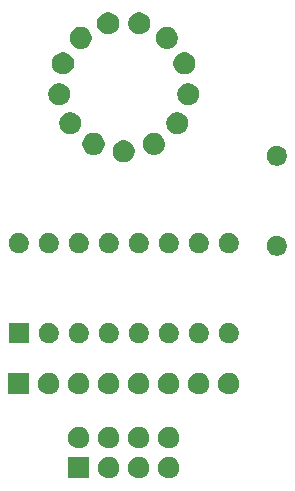
<source format=gbr>
%TF.GenerationSoftware,KiCad,Pcbnew,5.1.6-c6e7f7d~87~ubuntu20.04.1*%
%TF.CreationDate,2020-09-12T14:26:48-04:00*%
%TF.ProjectId,IN-14_Daughter,494e2d31-345f-4446-9175-67687465722e,rev?*%
%TF.SameCoordinates,Original*%
%TF.FileFunction,Soldermask,Bot*%
%TF.FilePolarity,Negative*%
%FSLAX46Y46*%
G04 Gerber Fmt 4.6, Leading zero omitted, Abs format (unit mm)*
G04 Created by KiCad (PCBNEW 5.1.6-c6e7f7d~87~ubuntu20.04.1) date 2020-09-12 14:26:48*
%MOMM*%
%LPD*%
G01*
G04 APERTURE LIST*
%ADD10C,0.150000*%
G04 APERTURE END LIST*
D10*
G36*
X152294000Y-93366000D02*
G01*
X150474000Y-93366000D01*
X150474000Y-91546000D01*
X152294000Y-91546000D01*
X152294000Y-93366000D01*
G37*
G36*
X154101532Y-91563486D02*
G01*
X154189438Y-91580971D01*
X154355049Y-91649569D01*
X154504091Y-91749156D01*
X154630844Y-91875909D01*
X154730431Y-92024951D01*
X154799029Y-92190562D01*
X154834000Y-92366374D01*
X154834000Y-92545626D01*
X154799029Y-92721438D01*
X154730431Y-92887049D01*
X154630844Y-93036091D01*
X154504091Y-93162844D01*
X154355049Y-93262431D01*
X154189438Y-93331029D01*
X154101532Y-93348514D01*
X154013627Y-93366000D01*
X153834373Y-93366000D01*
X153746468Y-93348515D01*
X153658562Y-93331029D01*
X153492951Y-93262431D01*
X153343909Y-93162844D01*
X153217156Y-93036091D01*
X153117569Y-92887049D01*
X153048971Y-92721438D01*
X153014000Y-92545626D01*
X153014000Y-92366374D01*
X153048971Y-92190562D01*
X153117569Y-92024951D01*
X153217156Y-91875909D01*
X153343909Y-91749156D01*
X153492951Y-91649569D01*
X153658562Y-91580971D01*
X153746468Y-91563486D01*
X153834373Y-91546000D01*
X154013627Y-91546000D01*
X154101532Y-91563486D01*
G37*
G36*
X159181532Y-91563486D02*
G01*
X159269438Y-91580971D01*
X159435049Y-91649569D01*
X159584091Y-91749156D01*
X159710844Y-91875909D01*
X159810431Y-92024951D01*
X159879029Y-92190562D01*
X159914000Y-92366374D01*
X159914000Y-92545626D01*
X159879029Y-92721438D01*
X159810431Y-92887049D01*
X159710844Y-93036091D01*
X159584091Y-93162844D01*
X159435049Y-93262431D01*
X159269438Y-93331029D01*
X159181532Y-93348514D01*
X159093627Y-93366000D01*
X158914373Y-93366000D01*
X158826468Y-93348515D01*
X158738562Y-93331029D01*
X158572951Y-93262431D01*
X158423909Y-93162844D01*
X158297156Y-93036091D01*
X158197569Y-92887049D01*
X158128971Y-92721438D01*
X158094000Y-92545626D01*
X158094000Y-92366374D01*
X158128971Y-92190562D01*
X158197569Y-92024951D01*
X158297156Y-91875909D01*
X158423909Y-91749156D01*
X158572951Y-91649569D01*
X158738562Y-91580971D01*
X158826468Y-91563486D01*
X158914373Y-91546000D01*
X159093627Y-91546000D01*
X159181532Y-91563486D01*
G37*
G36*
X156641532Y-91563486D02*
G01*
X156729438Y-91580971D01*
X156895049Y-91649569D01*
X157044091Y-91749156D01*
X157170844Y-91875909D01*
X157270431Y-92024951D01*
X157339029Y-92190562D01*
X157374000Y-92366374D01*
X157374000Y-92545626D01*
X157339029Y-92721438D01*
X157270431Y-92887049D01*
X157170844Y-93036091D01*
X157044091Y-93162844D01*
X156895049Y-93262431D01*
X156729438Y-93331029D01*
X156641532Y-93348514D01*
X156553627Y-93366000D01*
X156374373Y-93366000D01*
X156286468Y-93348515D01*
X156198562Y-93331029D01*
X156032951Y-93262431D01*
X155883909Y-93162844D01*
X155757156Y-93036091D01*
X155657569Y-92887049D01*
X155588971Y-92721438D01*
X155554000Y-92545626D01*
X155554000Y-92366374D01*
X155588971Y-92190562D01*
X155657569Y-92024951D01*
X155757156Y-91875909D01*
X155883909Y-91749156D01*
X156032951Y-91649569D01*
X156198562Y-91580971D01*
X156286468Y-91563486D01*
X156374373Y-91546000D01*
X156553627Y-91546000D01*
X156641532Y-91563486D01*
G37*
G36*
X151561532Y-89023485D02*
G01*
X151649438Y-89040971D01*
X151815049Y-89109569D01*
X151964091Y-89209156D01*
X152090844Y-89335909D01*
X152190431Y-89484951D01*
X152259029Y-89650562D01*
X152294000Y-89826374D01*
X152294000Y-90005626D01*
X152259029Y-90181438D01*
X152190431Y-90347049D01*
X152090844Y-90496091D01*
X151964091Y-90622844D01*
X151815049Y-90722431D01*
X151649438Y-90791029D01*
X151561532Y-90808515D01*
X151473627Y-90826000D01*
X151294373Y-90826000D01*
X151206468Y-90808514D01*
X151118562Y-90791029D01*
X150952951Y-90722431D01*
X150803909Y-90622844D01*
X150677156Y-90496091D01*
X150577569Y-90347049D01*
X150508971Y-90181438D01*
X150474000Y-90005626D01*
X150474000Y-89826374D01*
X150508971Y-89650562D01*
X150577569Y-89484951D01*
X150677156Y-89335909D01*
X150803909Y-89209156D01*
X150952951Y-89109569D01*
X151118562Y-89040971D01*
X151206468Y-89023485D01*
X151294373Y-89006000D01*
X151473627Y-89006000D01*
X151561532Y-89023485D01*
G37*
G36*
X154101532Y-89023485D02*
G01*
X154189438Y-89040971D01*
X154355049Y-89109569D01*
X154504091Y-89209156D01*
X154630844Y-89335909D01*
X154730431Y-89484951D01*
X154799029Y-89650562D01*
X154834000Y-89826374D01*
X154834000Y-90005626D01*
X154799029Y-90181438D01*
X154730431Y-90347049D01*
X154630844Y-90496091D01*
X154504091Y-90622844D01*
X154355049Y-90722431D01*
X154189438Y-90791029D01*
X154101532Y-90808515D01*
X154013627Y-90826000D01*
X153834373Y-90826000D01*
X153746468Y-90808514D01*
X153658562Y-90791029D01*
X153492951Y-90722431D01*
X153343909Y-90622844D01*
X153217156Y-90496091D01*
X153117569Y-90347049D01*
X153048971Y-90181438D01*
X153014000Y-90005626D01*
X153014000Y-89826374D01*
X153048971Y-89650562D01*
X153117569Y-89484951D01*
X153217156Y-89335909D01*
X153343909Y-89209156D01*
X153492951Y-89109569D01*
X153658562Y-89040971D01*
X153746468Y-89023485D01*
X153834373Y-89006000D01*
X154013627Y-89006000D01*
X154101532Y-89023485D01*
G37*
G36*
X156641532Y-89023485D02*
G01*
X156729438Y-89040971D01*
X156895049Y-89109569D01*
X157044091Y-89209156D01*
X157170844Y-89335909D01*
X157270431Y-89484951D01*
X157339029Y-89650562D01*
X157374000Y-89826374D01*
X157374000Y-90005626D01*
X157339029Y-90181438D01*
X157270431Y-90347049D01*
X157170844Y-90496091D01*
X157044091Y-90622844D01*
X156895049Y-90722431D01*
X156729438Y-90791029D01*
X156641532Y-90808515D01*
X156553627Y-90826000D01*
X156374373Y-90826000D01*
X156286468Y-90808514D01*
X156198562Y-90791029D01*
X156032951Y-90722431D01*
X155883909Y-90622844D01*
X155757156Y-90496091D01*
X155657569Y-90347049D01*
X155588971Y-90181438D01*
X155554000Y-90005626D01*
X155554000Y-89826374D01*
X155588971Y-89650562D01*
X155657569Y-89484951D01*
X155757156Y-89335909D01*
X155883909Y-89209156D01*
X156032951Y-89109569D01*
X156198562Y-89040971D01*
X156286468Y-89023485D01*
X156374373Y-89006000D01*
X156553627Y-89006000D01*
X156641532Y-89023485D01*
G37*
G36*
X159181532Y-89023485D02*
G01*
X159269438Y-89040971D01*
X159435049Y-89109569D01*
X159584091Y-89209156D01*
X159710844Y-89335909D01*
X159810431Y-89484951D01*
X159879029Y-89650562D01*
X159914000Y-89826374D01*
X159914000Y-90005626D01*
X159879029Y-90181438D01*
X159810431Y-90347049D01*
X159710844Y-90496091D01*
X159584091Y-90622844D01*
X159435049Y-90722431D01*
X159269438Y-90791029D01*
X159181532Y-90808515D01*
X159093627Y-90826000D01*
X158914373Y-90826000D01*
X158826468Y-90808514D01*
X158738562Y-90791029D01*
X158572951Y-90722431D01*
X158423909Y-90622844D01*
X158297156Y-90496091D01*
X158197569Y-90347049D01*
X158128971Y-90181438D01*
X158094000Y-90005626D01*
X158094000Y-89826374D01*
X158128971Y-89650562D01*
X158197569Y-89484951D01*
X158297156Y-89335909D01*
X158423909Y-89209156D01*
X158572951Y-89109569D01*
X158738562Y-89040971D01*
X158826468Y-89023485D01*
X158914373Y-89006000D01*
X159093627Y-89006000D01*
X159181532Y-89023485D01*
G37*
G36*
X161721532Y-84451485D02*
G01*
X161809438Y-84468971D01*
X161975049Y-84537569D01*
X162124091Y-84637156D01*
X162250844Y-84763909D01*
X162350431Y-84912951D01*
X162419029Y-85078562D01*
X162454000Y-85254374D01*
X162454000Y-85433626D01*
X162419029Y-85609438D01*
X162350431Y-85775049D01*
X162250844Y-85924091D01*
X162124091Y-86050844D01*
X161975049Y-86150431D01*
X161809438Y-86219029D01*
X161721532Y-86236515D01*
X161633627Y-86254000D01*
X161454373Y-86254000D01*
X161366468Y-86236515D01*
X161278562Y-86219029D01*
X161112951Y-86150431D01*
X160963909Y-86050844D01*
X160837156Y-85924091D01*
X160737569Y-85775049D01*
X160668971Y-85609438D01*
X160634000Y-85433626D01*
X160634000Y-85254374D01*
X160668971Y-85078562D01*
X160737569Y-84912951D01*
X160837156Y-84763909D01*
X160963909Y-84637156D01*
X161112951Y-84537569D01*
X161278562Y-84468971D01*
X161366468Y-84451485D01*
X161454373Y-84434000D01*
X161633627Y-84434000D01*
X161721532Y-84451485D01*
G37*
G36*
X147214000Y-86254000D02*
G01*
X145394000Y-86254000D01*
X145394000Y-84434000D01*
X147214000Y-84434000D01*
X147214000Y-86254000D01*
G37*
G36*
X149021532Y-84451485D02*
G01*
X149109438Y-84468971D01*
X149275049Y-84537569D01*
X149424091Y-84637156D01*
X149550844Y-84763909D01*
X149650431Y-84912951D01*
X149719029Y-85078562D01*
X149754000Y-85254374D01*
X149754000Y-85433626D01*
X149719029Y-85609438D01*
X149650431Y-85775049D01*
X149550844Y-85924091D01*
X149424091Y-86050844D01*
X149275049Y-86150431D01*
X149109438Y-86219029D01*
X149021532Y-86236515D01*
X148933627Y-86254000D01*
X148754373Y-86254000D01*
X148666468Y-86236515D01*
X148578562Y-86219029D01*
X148412951Y-86150431D01*
X148263909Y-86050844D01*
X148137156Y-85924091D01*
X148037569Y-85775049D01*
X147968971Y-85609438D01*
X147934000Y-85433626D01*
X147934000Y-85254374D01*
X147968971Y-85078562D01*
X148037569Y-84912951D01*
X148137156Y-84763909D01*
X148263909Y-84637156D01*
X148412951Y-84537569D01*
X148578562Y-84468971D01*
X148666468Y-84451485D01*
X148754373Y-84434000D01*
X148933627Y-84434000D01*
X149021532Y-84451485D01*
G37*
G36*
X151561532Y-84451485D02*
G01*
X151649438Y-84468971D01*
X151815049Y-84537569D01*
X151964091Y-84637156D01*
X152090844Y-84763909D01*
X152190431Y-84912951D01*
X152259029Y-85078562D01*
X152294000Y-85254374D01*
X152294000Y-85433626D01*
X152259029Y-85609438D01*
X152190431Y-85775049D01*
X152090844Y-85924091D01*
X151964091Y-86050844D01*
X151815049Y-86150431D01*
X151649438Y-86219029D01*
X151561532Y-86236515D01*
X151473627Y-86254000D01*
X151294373Y-86254000D01*
X151206468Y-86236515D01*
X151118562Y-86219029D01*
X150952951Y-86150431D01*
X150803909Y-86050844D01*
X150677156Y-85924091D01*
X150577569Y-85775049D01*
X150508971Y-85609438D01*
X150474000Y-85433626D01*
X150474000Y-85254374D01*
X150508971Y-85078562D01*
X150577569Y-84912951D01*
X150677156Y-84763909D01*
X150803909Y-84637156D01*
X150952951Y-84537569D01*
X151118562Y-84468971D01*
X151206468Y-84451485D01*
X151294373Y-84434000D01*
X151473627Y-84434000D01*
X151561532Y-84451485D01*
G37*
G36*
X156641532Y-84451485D02*
G01*
X156729438Y-84468971D01*
X156895049Y-84537569D01*
X157044091Y-84637156D01*
X157170844Y-84763909D01*
X157270431Y-84912951D01*
X157339029Y-85078562D01*
X157374000Y-85254374D01*
X157374000Y-85433626D01*
X157339029Y-85609438D01*
X157270431Y-85775049D01*
X157170844Y-85924091D01*
X157044091Y-86050844D01*
X156895049Y-86150431D01*
X156729438Y-86219029D01*
X156641532Y-86236515D01*
X156553627Y-86254000D01*
X156374373Y-86254000D01*
X156286468Y-86236515D01*
X156198562Y-86219029D01*
X156032951Y-86150431D01*
X155883909Y-86050844D01*
X155757156Y-85924091D01*
X155657569Y-85775049D01*
X155588971Y-85609438D01*
X155554000Y-85433626D01*
X155554000Y-85254374D01*
X155588971Y-85078562D01*
X155657569Y-84912951D01*
X155757156Y-84763909D01*
X155883909Y-84637156D01*
X156032951Y-84537569D01*
X156198562Y-84468971D01*
X156286468Y-84451485D01*
X156374373Y-84434000D01*
X156553627Y-84434000D01*
X156641532Y-84451485D01*
G37*
G36*
X159181532Y-84451485D02*
G01*
X159269438Y-84468971D01*
X159435049Y-84537569D01*
X159584091Y-84637156D01*
X159710844Y-84763909D01*
X159810431Y-84912951D01*
X159879029Y-85078562D01*
X159914000Y-85254374D01*
X159914000Y-85433626D01*
X159879029Y-85609438D01*
X159810431Y-85775049D01*
X159710844Y-85924091D01*
X159584091Y-86050844D01*
X159435049Y-86150431D01*
X159269438Y-86219029D01*
X159181532Y-86236515D01*
X159093627Y-86254000D01*
X158914373Y-86254000D01*
X158826468Y-86236515D01*
X158738562Y-86219029D01*
X158572951Y-86150431D01*
X158423909Y-86050844D01*
X158297156Y-85924091D01*
X158197569Y-85775049D01*
X158128971Y-85609438D01*
X158094000Y-85433626D01*
X158094000Y-85254374D01*
X158128971Y-85078562D01*
X158197569Y-84912951D01*
X158297156Y-84763909D01*
X158423909Y-84637156D01*
X158572951Y-84537569D01*
X158738562Y-84468971D01*
X158826468Y-84451485D01*
X158914373Y-84434000D01*
X159093627Y-84434000D01*
X159181532Y-84451485D01*
G37*
G36*
X164261532Y-84451485D02*
G01*
X164349438Y-84468971D01*
X164515049Y-84537569D01*
X164664091Y-84637156D01*
X164790844Y-84763909D01*
X164890431Y-84912951D01*
X164959029Y-85078562D01*
X164994000Y-85254374D01*
X164994000Y-85433626D01*
X164959029Y-85609438D01*
X164890431Y-85775049D01*
X164790844Y-85924091D01*
X164664091Y-86050844D01*
X164515049Y-86150431D01*
X164349438Y-86219029D01*
X164261532Y-86236515D01*
X164173627Y-86254000D01*
X163994373Y-86254000D01*
X163906468Y-86236515D01*
X163818562Y-86219029D01*
X163652951Y-86150431D01*
X163503909Y-86050844D01*
X163377156Y-85924091D01*
X163277569Y-85775049D01*
X163208971Y-85609438D01*
X163174000Y-85433626D01*
X163174000Y-85254374D01*
X163208971Y-85078562D01*
X163277569Y-84912951D01*
X163377156Y-84763909D01*
X163503909Y-84637156D01*
X163652951Y-84537569D01*
X163818562Y-84468971D01*
X163906468Y-84451485D01*
X163994373Y-84434000D01*
X164173627Y-84434000D01*
X164261532Y-84451485D01*
G37*
G36*
X154101532Y-84451485D02*
G01*
X154189438Y-84468971D01*
X154355049Y-84537569D01*
X154504091Y-84637156D01*
X154630844Y-84763909D01*
X154730431Y-84912951D01*
X154799029Y-85078562D01*
X154834000Y-85254374D01*
X154834000Y-85433626D01*
X154799029Y-85609438D01*
X154730431Y-85775049D01*
X154630844Y-85924091D01*
X154504091Y-86050844D01*
X154355049Y-86150431D01*
X154189438Y-86219029D01*
X154101532Y-86236515D01*
X154013627Y-86254000D01*
X153834373Y-86254000D01*
X153746468Y-86236515D01*
X153658562Y-86219029D01*
X153492951Y-86150431D01*
X153343909Y-86050844D01*
X153217156Y-85924091D01*
X153117569Y-85775049D01*
X153048971Y-85609438D01*
X153014000Y-85433626D01*
X153014000Y-85254374D01*
X153048971Y-85078562D01*
X153117569Y-84912951D01*
X153217156Y-84763909D01*
X153343909Y-84637156D01*
X153492951Y-84537569D01*
X153658562Y-84468971D01*
X153746468Y-84451485D01*
X153834373Y-84434000D01*
X154013627Y-84434000D01*
X154101532Y-84451485D01*
G37*
G36*
X159254853Y-80249849D02*
G01*
X159411363Y-80314678D01*
X159411365Y-80314679D01*
X159552218Y-80408794D01*
X159672006Y-80528582D01*
X159766121Y-80669435D01*
X159766122Y-80669437D01*
X159830951Y-80825947D01*
X159864000Y-80992097D01*
X159864000Y-81161503D01*
X159830951Y-81327653D01*
X159766122Y-81484163D01*
X159766121Y-81484165D01*
X159672006Y-81625018D01*
X159552218Y-81744806D01*
X159411365Y-81838921D01*
X159411364Y-81838922D01*
X159411363Y-81838922D01*
X159254853Y-81903751D01*
X159088703Y-81936800D01*
X158919297Y-81936800D01*
X158753147Y-81903751D01*
X158596637Y-81838922D01*
X158596636Y-81838922D01*
X158596635Y-81838921D01*
X158455782Y-81744806D01*
X158335994Y-81625018D01*
X158241879Y-81484165D01*
X158241878Y-81484163D01*
X158177049Y-81327653D01*
X158144000Y-81161503D01*
X158144000Y-80992097D01*
X158177049Y-80825947D01*
X158241878Y-80669437D01*
X158241879Y-80669435D01*
X158335994Y-80528582D01*
X158455782Y-80408794D01*
X158596635Y-80314679D01*
X158596637Y-80314678D01*
X158753147Y-80249849D01*
X158919297Y-80216800D01*
X159088703Y-80216800D01*
X159254853Y-80249849D01*
G37*
G36*
X161794853Y-80249849D02*
G01*
X161951363Y-80314678D01*
X161951365Y-80314679D01*
X162092218Y-80408794D01*
X162212006Y-80528582D01*
X162306121Y-80669435D01*
X162306122Y-80669437D01*
X162370951Y-80825947D01*
X162404000Y-80992097D01*
X162404000Y-81161503D01*
X162370951Y-81327653D01*
X162306122Y-81484163D01*
X162306121Y-81484165D01*
X162212006Y-81625018D01*
X162092218Y-81744806D01*
X161951365Y-81838921D01*
X161951364Y-81838922D01*
X161951363Y-81838922D01*
X161794853Y-81903751D01*
X161628703Y-81936800D01*
X161459297Y-81936800D01*
X161293147Y-81903751D01*
X161136637Y-81838922D01*
X161136636Y-81838922D01*
X161136635Y-81838921D01*
X160995782Y-81744806D01*
X160875994Y-81625018D01*
X160781879Y-81484165D01*
X160781878Y-81484163D01*
X160717049Y-81327653D01*
X160684000Y-81161503D01*
X160684000Y-80992097D01*
X160717049Y-80825947D01*
X160781878Y-80669437D01*
X160781879Y-80669435D01*
X160875994Y-80528582D01*
X160995782Y-80408794D01*
X161136635Y-80314679D01*
X161136637Y-80314678D01*
X161293147Y-80249849D01*
X161459297Y-80216800D01*
X161628703Y-80216800D01*
X161794853Y-80249849D01*
G37*
G36*
X156714853Y-80249849D02*
G01*
X156871363Y-80314678D01*
X156871365Y-80314679D01*
X157012218Y-80408794D01*
X157132006Y-80528582D01*
X157226121Y-80669435D01*
X157226122Y-80669437D01*
X157290951Y-80825947D01*
X157324000Y-80992097D01*
X157324000Y-81161503D01*
X157290951Y-81327653D01*
X157226122Y-81484163D01*
X157226121Y-81484165D01*
X157132006Y-81625018D01*
X157012218Y-81744806D01*
X156871365Y-81838921D01*
X156871364Y-81838922D01*
X156871363Y-81838922D01*
X156714853Y-81903751D01*
X156548703Y-81936800D01*
X156379297Y-81936800D01*
X156213147Y-81903751D01*
X156056637Y-81838922D01*
X156056636Y-81838922D01*
X156056635Y-81838921D01*
X155915782Y-81744806D01*
X155795994Y-81625018D01*
X155701879Y-81484165D01*
X155701878Y-81484163D01*
X155637049Y-81327653D01*
X155604000Y-81161503D01*
X155604000Y-80992097D01*
X155637049Y-80825947D01*
X155701878Y-80669437D01*
X155701879Y-80669435D01*
X155795994Y-80528582D01*
X155915782Y-80408794D01*
X156056635Y-80314679D01*
X156056637Y-80314678D01*
X156213147Y-80249849D01*
X156379297Y-80216800D01*
X156548703Y-80216800D01*
X156714853Y-80249849D01*
G37*
G36*
X154174853Y-80249849D02*
G01*
X154331363Y-80314678D01*
X154331365Y-80314679D01*
X154472218Y-80408794D01*
X154592006Y-80528582D01*
X154686121Y-80669435D01*
X154686122Y-80669437D01*
X154750951Y-80825947D01*
X154784000Y-80992097D01*
X154784000Y-81161503D01*
X154750951Y-81327653D01*
X154686122Y-81484163D01*
X154686121Y-81484165D01*
X154592006Y-81625018D01*
X154472218Y-81744806D01*
X154331365Y-81838921D01*
X154331364Y-81838922D01*
X154331363Y-81838922D01*
X154174853Y-81903751D01*
X154008703Y-81936800D01*
X153839297Y-81936800D01*
X153673147Y-81903751D01*
X153516637Y-81838922D01*
X153516636Y-81838922D01*
X153516635Y-81838921D01*
X153375782Y-81744806D01*
X153255994Y-81625018D01*
X153161879Y-81484165D01*
X153161878Y-81484163D01*
X153097049Y-81327653D01*
X153064000Y-81161503D01*
X153064000Y-80992097D01*
X153097049Y-80825947D01*
X153161878Y-80669437D01*
X153161879Y-80669435D01*
X153255994Y-80528582D01*
X153375782Y-80408794D01*
X153516635Y-80314679D01*
X153516637Y-80314678D01*
X153673147Y-80249849D01*
X153839297Y-80216800D01*
X154008703Y-80216800D01*
X154174853Y-80249849D01*
G37*
G36*
X149094853Y-80249849D02*
G01*
X149251363Y-80314678D01*
X149251365Y-80314679D01*
X149392218Y-80408794D01*
X149512006Y-80528582D01*
X149606121Y-80669435D01*
X149606122Y-80669437D01*
X149670951Y-80825947D01*
X149704000Y-80992097D01*
X149704000Y-81161503D01*
X149670951Y-81327653D01*
X149606122Y-81484163D01*
X149606121Y-81484165D01*
X149512006Y-81625018D01*
X149392218Y-81744806D01*
X149251365Y-81838921D01*
X149251364Y-81838922D01*
X149251363Y-81838922D01*
X149094853Y-81903751D01*
X148928703Y-81936800D01*
X148759297Y-81936800D01*
X148593147Y-81903751D01*
X148436637Y-81838922D01*
X148436636Y-81838922D01*
X148436635Y-81838921D01*
X148295782Y-81744806D01*
X148175994Y-81625018D01*
X148081879Y-81484165D01*
X148081878Y-81484163D01*
X148017049Y-81327653D01*
X147984000Y-81161503D01*
X147984000Y-80992097D01*
X148017049Y-80825947D01*
X148081878Y-80669437D01*
X148081879Y-80669435D01*
X148175994Y-80528582D01*
X148295782Y-80408794D01*
X148436635Y-80314679D01*
X148436637Y-80314678D01*
X148593147Y-80249849D01*
X148759297Y-80216800D01*
X148928703Y-80216800D01*
X149094853Y-80249849D01*
G37*
G36*
X147164000Y-81936800D02*
G01*
X145444000Y-81936800D01*
X145444000Y-80216800D01*
X147164000Y-80216800D01*
X147164000Y-81936800D01*
G37*
G36*
X164334853Y-80249849D02*
G01*
X164491363Y-80314678D01*
X164491365Y-80314679D01*
X164632218Y-80408794D01*
X164752006Y-80528582D01*
X164846121Y-80669435D01*
X164846122Y-80669437D01*
X164910951Y-80825947D01*
X164944000Y-80992097D01*
X164944000Y-81161503D01*
X164910951Y-81327653D01*
X164846122Y-81484163D01*
X164846121Y-81484165D01*
X164752006Y-81625018D01*
X164632218Y-81744806D01*
X164491365Y-81838921D01*
X164491364Y-81838922D01*
X164491363Y-81838922D01*
X164334853Y-81903751D01*
X164168703Y-81936800D01*
X163999297Y-81936800D01*
X163833147Y-81903751D01*
X163676637Y-81838922D01*
X163676636Y-81838922D01*
X163676635Y-81838921D01*
X163535782Y-81744806D01*
X163415994Y-81625018D01*
X163321879Y-81484165D01*
X163321878Y-81484163D01*
X163257049Y-81327653D01*
X163224000Y-81161503D01*
X163224000Y-80992097D01*
X163257049Y-80825947D01*
X163321878Y-80669437D01*
X163321879Y-80669435D01*
X163415994Y-80528582D01*
X163535782Y-80408794D01*
X163676635Y-80314679D01*
X163676637Y-80314678D01*
X163833147Y-80249849D01*
X163999297Y-80216800D01*
X164168703Y-80216800D01*
X164334853Y-80249849D01*
G37*
G36*
X151634853Y-80249849D02*
G01*
X151791363Y-80314678D01*
X151791365Y-80314679D01*
X151932218Y-80408794D01*
X152052006Y-80528582D01*
X152146121Y-80669435D01*
X152146122Y-80669437D01*
X152210951Y-80825947D01*
X152244000Y-80992097D01*
X152244000Y-81161503D01*
X152210951Y-81327653D01*
X152146122Y-81484163D01*
X152146121Y-81484165D01*
X152052006Y-81625018D01*
X151932218Y-81744806D01*
X151791365Y-81838921D01*
X151791364Y-81838922D01*
X151791363Y-81838922D01*
X151634853Y-81903751D01*
X151468703Y-81936800D01*
X151299297Y-81936800D01*
X151133147Y-81903751D01*
X150976637Y-81838922D01*
X150976636Y-81838922D01*
X150976635Y-81838921D01*
X150835782Y-81744806D01*
X150715994Y-81625018D01*
X150621879Y-81484165D01*
X150621878Y-81484163D01*
X150557049Y-81327653D01*
X150524000Y-81161503D01*
X150524000Y-80992097D01*
X150557049Y-80825947D01*
X150621878Y-80669437D01*
X150621879Y-80669435D01*
X150715994Y-80528582D01*
X150835782Y-80408794D01*
X150976635Y-80314679D01*
X150976637Y-80314678D01*
X151133147Y-80249849D01*
X151299297Y-80216800D01*
X151468703Y-80216800D01*
X151634853Y-80249849D01*
G37*
G36*
X168398853Y-72833049D02*
G01*
X168555363Y-72897878D01*
X168555365Y-72897879D01*
X168696218Y-72991994D01*
X168816006Y-73111782D01*
X168878925Y-73205947D01*
X168910122Y-73252637D01*
X168974951Y-73409147D01*
X169008000Y-73575297D01*
X169008000Y-73744703D01*
X168974951Y-73910853D01*
X168935946Y-74005018D01*
X168910121Y-74067365D01*
X168816006Y-74208218D01*
X168696218Y-74328006D01*
X168555365Y-74422121D01*
X168555364Y-74422122D01*
X168555363Y-74422122D01*
X168398853Y-74486951D01*
X168232703Y-74520000D01*
X168063297Y-74520000D01*
X167897147Y-74486951D01*
X167740637Y-74422122D01*
X167740636Y-74422122D01*
X167740635Y-74422121D01*
X167599782Y-74328006D01*
X167479994Y-74208218D01*
X167385879Y-74067365D01*
X167360054Y-74005018D01*
X167321049Y-73910853D01*
X167288000Y-73744703D01*
X167288000Y-73575297D01*
X167321049Y-73409147D01*
X167385878Y-73252637D01*
X167417075Y-73205947D01*
X167479994Y-73111782D01*
X167599782Y-72991994D01*
X167740635Y-72897879D01*
X167740637Y-72897878D01*
X167897147Y-72833049D01*
X168063297Y-72800000D01*
X168232703Y-72800000D01*
X168398853Y-72833049D01*
G37*
G36*
X161794853Y-72629849D02*
G01*
X161951363Y-72694678D01*
X161951365Y-72694679D01*
X162092218Y-72788794D01*
X162212006Y-72908582D01*
X162306121Y-73049435D01*
X162306122Y-73049437D01*
X162370951Y-73205947D01*
X162404000Y-73372097D01*
X162404000Y-73541503D01*
X162370951Y-73707653D01*
X162306122Y-73864163D01*
X162306121Y-73864165D01*
X162212006Y-74005018D01*
X162092218Y-74124806D01*
X161951365Y-74218921D01*
X161951364Y-74218922D01*
X161951363Y-74218922D01*
X161794853Y-74283751D01*
X161628703Y-74316800D01*
X161459297Y-74316800D01*
X161293147Y-74283751D01*
X161136637Y-74218922D01*
X161136636Y-74218922D01*
X161136635Y-74218921D01*
X160995782Y-74124806D01*
X160875994Y-74005018D01*
X160781879Y-73864165D01*
X160781878Y-73864163D01*
X160717049Y-73707653D01*
X160684000Y-73541503D01*
X160684000Y-73372097D01*
X160717049Y-73205947D01*
X160781878Y-73049437D01*
X160781879Y-73049435D01*
X160875994Y-72908582D01*
X160995782Y-72788794D01*
X161136635Y-72694679D01*
X161136637Y-72694678D01*
X161293147Y-72629849D01*
X161459297Y-72596800D01*
X161628703Y-72596800D01*
X161794853Y-72629849D01*
G37*
G36*
X154174853Y-72629849D02*
G01*
X154331363Y-72694678D01*
X154331365Y-72694679D01*
X154472218Y-72788794D01*
X154592006Y-72908582D01*
X154686121Y-73049435D01*
X154686122Y-73049437D01*
X154750951Y-73205947D01*
X154784000Y-73372097D01*
X154784000Y-73541503D01*
X154750951Y-73707653D01*
X154686122Y-73864163D01*
X154686121Y-73864165D01*
X154592006Y-74005018D01*
X154472218Y-74124806D01*
X154331365Y-74218921D01*
X154331364Y-74218922D01*
X154331363Y-74218922D01*
X154174853Y-74283751D01*
X154008703Y-74316800D01*
X153839297Y-74316800D01*
X153673147Y-74283751D01*
X153516637Y-74218922D01*
X153516636Y-74218922D01*
X153516635Y-74218921D01*
X153375782Y-74124806D01*
X153255994Y-74005018D01*
X153161879Y-73864165D01*
X153161878Y-73864163D01*
X153097049Y-73707653D01*
X153064000Y-73541503D01*
X153064000Y-73372097D01*
X153097049Y-73205947D01*
X153161878Y-73049437D01*
X153161879Y-73049435D01*
X153255994Y-72908582D01*
X153375782Y-72788794D01*
X153516635Y-72694679D01*
X153516637Y-72694678D01*
X153673147Y-72629849D01*
X153839297Y-72596800D01*
X154008703Y-72596800D01*
X154174853Y-72629849D01*
G37*
G36*
X151634853Y-72629849D02*
G01*
X151791363Y-72694678D01*
X151791365Y-72694679D01*
X151932218Y-72788794D01*
X152052006Y-72908582D01*
X152146121Y-73049435D01*
X152146122Y-73049437D01*
X152210951Y-73205947D01*
X152244000Y-73372097D01*
X152244000Y-73541503D01*
X152210951Y-73707653D01*
X152146122Y-73864163D01*
X152146121Y-73864165D01*
X152052006Y-74005018D01*
X151932218Y-74124806D01*
X151791365Y-74218921D01*
X151791364Y-74218922D01*
X151791363Y-74218922D01*
X151634853Y-74283751D01*
X151468703Y-74316800D01*
X151299297Y-74316800D01*
X151133147Y-74283751D01*
X150976637Y-74218922D01*
X150976636Y-74218922D01*
X150976635Y-74218921D01*
X150835782Y-74124806D01*
X150715994Y-74005018D01*
X150621879Y-73864165D01*
X150621878Y-73864163D01*
X150557049Y-73707653D01*
X150524000Y-73541503D01*
X150524000Y-73372097D01*
X150557049Y-73205947D01*
X150621878Y-73049437D01*
X150621879Y-73049435D01*
X150715994Y-72908582D01*
X150835782Y-72788794D01*
X150976635Y-72694679D01*
X150976637Y-72694678D01*
X151133147Y-72629849D01*
X151299297Y-72596800D01*
X151468703Y-72596800D01*
X151634853Y-72629849D01*
G37*
G36*
X149094853Y-72629849D02*
G01*
X149251363Y-72694678D01*
X149251365Y-72694679D01*
X149392218Y-72788794D01*
X149512006Y-72908582D01*
X149606121Y-73049435D01*
X149606122Y-73049437D01*
X149670951Y-73205947D01*
X149704000Y-73372097D01*
X149704000Y-73541503D01*
X149670951Y-73707653D01*
X149606122Y-73864163D01*
X149606121Y-73864165D01*
X149512006Y-74005018D01*
X149392218Y-74124806D01*
X149251365Y-74218921D01*
X149251364Y-74218922D01*
X149251363Y-74218922D01*
X149094853Y-74283751D01*
X148928703Y-74316800D01*
X148759297Y-74316800D01*
X148593147Y-74283751D01*
X148436637Y-74218922D01*
X148436636Y-74218922D01*
X148436635Y-74218921D01*
X148295782Y-74124806D01*
X148175994Y-74005018D01*
X148081879Y-73864165D01*
X148081878Y-73864163D01*
X148017049Y-73707653D01*
X147984000Y-73541503D01*
X147984000Y-73372097D01*
X148017049Y-73205947D01*
X148081878Y-73049437D01*
X148081879Y-73049435D01*
X148175994Y-72908582D01*
X148295782Y-72788794D01*
X148436635Y-72694679D01*
X148436637Y-72694678D01*
X148593147Y-72629849D01*
X148759297Y-72596800D01*
X148928703Y-72596800D01*
X149094853Y-72629849D01*
G37*
G36*
X146554853Y-72629849D02*
G01*
X146711363Y-72694678D01*
X146711365Y-72694679D01*
X146852218Y-72788794D01*
X146972006Y-72908582D01*
X147066121Y-73049435D01*
X147066122Y-73049437D01*
X147130951Y-73205947D01*
X147164000Y-73372097D01*
X147164000Y-73541503D01*
X147130951Y-73707653D01*
X147066122Y-73864163D01*
X147066121Y-73864165D01*
X146972006Y-74005018D01*
X146852218Y-74124806D01*
X146711365Y-74218921D01*
X146711364Y-74218922D01*
X146711363Y-74218922D01*
X146554853Y-74283751D01*
X146388703Y-74316800D01*
X146219297Y-74316800D01*
X146053147Y-74283751D01*
X145896637Y-74218922D01*
X145896636Y-74218922D01*
X145896635Y-74218921D01*
X145755782Y-74124806D01*
X145635994Y-74005018D01*
X145541879Y-73864165D01*
X145541878Y-73864163D01*
X145477049Y-73707653D01*
X145444000Y-73541503D01*
X145444000Y-73372097D01*
X145477049Y-73205947D01*
X145541878Y-73049437D01*
X145541879Y-73049435D01*
X145635994Y-72908582D01*
X145755782Y-72788794D01*
X145896635Y-72694679D01*
X145896637Y-72694678D01*
X146053147Y-72629849D01*
X146219297Y-72596800D01*
X146388703Y-72596800D01*
X146554853Y-72629849D01*
G37*
G36*
X156714853Y-72629849D02*
G01*
X156871363Y-72694678D01*
X156871365Y-72694679D01*
X157012218Y-72788794D01*
X157132006Y-72908582D01*
X157226121Y-73049435D01*
X157226122Y-73049437D01*
X157290951Y-73205947D01*
X157324000Y-73372097D01*
X157324000Y-73541503D01*
X157290951Y-73707653D01*
X157226122Y-73864163D01*
X157226121Y-73864165D01*
X157132006Y-74005018D01*
X157012218Y-74124806D01*
X156871365Y-74218921D01*
X156871364Y-74218922D01*
X156871363Y-74218922D01*
X156714853Y-74283751D01*
X156548703Y-74316800D01*
X156379297Y-74316800D01*
X156213147Y-74283751D01*
X156056637Y-74218922D01*
X156056636Y-74218922D01*
X156056635Y-74218921D01*
X155915782Y-74124806D01*
X155795994Y-74005018D01*
X155701879Y-73864165D01*
X155701878Y-73864163D01*
X155637049Y-73707653D01*
X155604000Y-73541503D01*
X155604000Y-73372097D01*
X155637049Y-73205947D01*
X155701878Y-73049437D01*
X155701879Y-73049435D01*
X155795994Y-72908582D01*
X155915782Y-72788794D01*
X156056635Y-72694679D01*
X156056637Y-72694678D01*
X156213147Y-72629849D01*
X156379297Y-72596800D01*
X156548703Y-72596800D01*
X156714853Y-72629849D01*
G37*
G36*
X159254853Y-72629849D02*
G01*
X159411363Y-72694678D01*
X159411365Y-72694679D01*
X159552218Y-72788794D01*
X159672006Y-72908582D01*
X159766121Y-73049435D01*
X159766122Y-73049437D01*
X159830951Y-73205947D01*
X159864000Y-73372097D01*
X159864000Y-73541503D01*
X159830951Y-73707653D01*
X159766122Y-73864163D01*
X159766121Y-73864165D01*
X159672006Y-74005018D01*
X159552218Y-74124806D01*
X159411365Y-74218921D01*
X159411364Y-74218922D01*
X159411363Y-74218922D01*
X159254853Y-74283751D01*
X159088703Y-74316800D01*
X158919297Y-74316800D01*
X158753147Y-74283751D01*
X158596637Y-74218922D01*
X158596636Y-74218922D01*
X158596635Y-74218921D01*
X158455782Y-74124806D01*
X158335994Y-74005018D01*
X158241879Y-73864165D01*
X158241878Y-73864163D01*
X158177049Y-73707653D01*
X158144000Y-73541503D01*
X158144000Y-73372097D01*
X158177049Y-73205947D01*
X158241878Y-73049437D01*
X158241879Y-73049435D01*
X158335994Y-72908582D01*
X158455782Y-72788794D01*
X158596635Y-72694679D01*
X158596637Y-72694678D01*
X158753147Y-72629849D01*
X158919297Y-72596800D01*
X159088703Y-72596800D01*
X159254853Y-72629849D01*
G37*
G36*
X164334853Y-72629849D02*
G01*
X164491363Y-72694678D01*
X164491365Y-72694679D01*
X164632218Y-72788794D01*
X164752006Y-72908582D01*
X164846121Y-73049435D01*
X164846122Y-73049437D01*
X164910951Y-73205947D01*
X164944000Y-73372097D01*
X164944000Y-73541503D01*
X164910951Y-73707653D01*
X164846122Y-73864163D01*
X164846121Y-73864165D01*
X164752006Y-74005018D01*
X164632218Y-74124806D01*
X164491365Y-74218921D01*
X164491364Y-74218922D01*
X164491363Y-74218922D01*
X164334853Y-74283751D01*
X164168703Y-74316800D01*
X163999297Y-74316800D01*
X163833147Y-74283751D01*
X163676637Y-74218922D01*
X163676636Y-74218922D01*
X163676635Y-74218921D01*
X163535782Y-74124806D01*
X163415994Y-74005018D01*
X163321879Y-73864165D01*
X163321878Y-73864163D01*
X163257049Y-73707653D01*
X163224000Y-73541503D01*
X163224000Y-73372097D01*
X163257049Y-73205947D01*
X163321878Y-73049437D01*
X163321879Y-73049435D01*
X163415994Y-72908582D01*
X163535782Y-72788794D01*
X163676635Y-72694679D01*
X163676637Y-72694678D01*
X163833147Y-72629849D01*
X163999297Y-72596800D01*
X164168703Y-72596800D01*
X164334853Y-72629849D01*
G37*
G36*
X168398853Y-65213049D02*
G01*
X168555363Y-65277878D01*
X168555365Y-65277879D01*
X168696218Y-65371994D01*
X168816006Y-65491782D01*
X168910121Y-65632635D01*
X168910122Y-65632637D01*
X168974951Y-65789147D01*
X169008000Y-65955297D01*
X169008000Y-66124703D01*
X168974951Y-66290853D01*
X168910122Y-66447363D01*
X168910121Y-66447365D01*
X168816006Y-66588218D01*
X168696218Y-66708006D01*
X168555365Y-66802121D01*
X168555364Y-66802122D01*
X168555363Y-66802122D01*
X168398853Y-66866951D01*
X168232703Y-66900000D01*
X168063297Y-66900000D01*
X167897147Y-66866951D01*
X167740637Y-66802122D01*
X167740636Y-66802122D01*
X167740635Y-66802121D01*
X167599782Y-66708006D01*
X167479994Y-66588218D01*
X167385879Y-66447365D01*
X167385878Y-66447363D01*
X167321049Y-66290853D01*
X167288000Y-66124703D01*
X167288000Y-65955297D01*
X167321049Y-65789147D01*
X167385878Y-65632637D01*
X167385879Y-65632635D01*
X167479994Y-65491782D01*
X167599782Y-65371994D01*
X167740635Y-65277879D01*
X167740637Y-65277878D01*
X167897147Y-65213049D01*
X168063297Y-65180000D01*
X168232703Y-65180000D01*
X168398853Y-65213049D01*
G37*
G36*
X155376409Y-64755566D02*
G01*
X155466730Y-64773532D01*
X155636891Y-64844014D01*
X155790028Y-64946338D01*
X155920262Y-65076572D01*
X156022586Y-65229709D01*
X156093068Y-65399870D01*
X156129000Y-65580512D01*
X156129000Y-65764688D01*
X156093068Y-65945330D01*
X156022586Y-66115491D01*
X155920262Y-66268628D01*
X155790028Y-66398862D01*
X155636891Y-66501186D01*
X155466730Y-66571668D01*
X155383528Y-66588218D01*
X155286089Y-66607600D01*
X155101911Y-66607600D01*
X155004472Y-66588218D01*
X154921270Y-66571668D01*
X154751109Y-66501186D01*
X154597972Y-66398862D01*
X154467738Y-66268628D01*
X154365414Y-66115491D01*
X154294932Y-65945330D01*
X154259000Y-65764688D01*
X154259000Y-65580512D01*
X154294932Y-65399870D01*
X154365414Y-65229709D01*
X154467738Y-65076572D01*
X154597972Y-64946338D01*
X154751109Y-64844014D01*
X154921270Y-64773532D01*
X155011591Y-64755566D01*
X155101911Y-64737600D01*
X155286089Y-64737600D01*
X155376409Y-64755566D01*
G37*
G36*
X152820271Y-64125542D02*
G01*
X152910753Y-64143540D01*
X153080914Y-64214022D01*
X153234051Y-64316346D01*
X153364285Y-64446580D01*
X153466609Y-64599717D01*
X153523721Y-64737600D01*
X153537091Y-64769879D01*
X153573023Y-64950519D01*
X153573023Y-65134697D01*
X153557438Y-65213049D01*
X153537091Y-65315338D01*
X153466609Y-65485499D01*
X153364285Y-65638636D01*
X153234051Y-65768870D01*
X153080914Y-65871194D01*
X152910753Y-65941676D01*
X152820432Y-65959642D01*
X152730112Y-65977608D01*
X152545934Y-65977608D01*
X152455614Y-65959642D01*
X152365293Y-65941676D01*
X152195132Y-65871194D01*
X152041995Y-65768870D01*
X151911761Y-65638636D01*
X151809437Y-65485499D01*
X151738955Y-65315338D01*
X151718608Y-65213049D01*
X151703023Y-65134697D01*
X151703023Y-64950519D01*
X151738955Y-64769879D01*
X151752325Y-64737600D01*
X151809437Y-64599717D01*
X151911761Y-64446580D01*
X152041995Y-64316346D01*
X152195132Y-64214022D01*
X152365293Y-64143540D01*
X152455775Y-64125542D01*
X152545934Y-64107608D01*
X152730112Y-64107608D01*
X152820271Y-64125542D01*
G37*
G36*
X157932225Y-64125542D02*
G01*
X158022707Y-64143540D01*
X158192868Y-64214022D01*
X158346005Y-64316346D01*
X158476239Y-64446580D01*
X158578563Y-64599717D01*
X158635675Y-64737600D01*
X158649045Y-64769879D01*
X158684977Y-64950519D01*
X158684977Y-65134697D01*
X158669392Y-65213049D01*
X158649045Y-65315338D01*
X158578563Y-65485499D01*
X158476239Y-65638636D01*
X158346005Y-65768870D01*
X158192868Y-65871194D01*
X158022707Y-65941676D01*
X157932386Y-65959642D01*
X157842066Y-65977608D01*
X157657888Y-65977608D01*
X157567568Y-65959642D01*
X157477247Y-65941676D01*
X157307086Y-65871194D01*
X157153949Y-65768870D01*
X157023715Y-65638636D01*
X156921391Y-65485499D01*
X156850909Y-65315338D01*
X156830562Y-65213049D01*
X156814977Y-65134697D01*
X156814977Y-64950519D01*
X156850909Y-64769879D01*
X156864279Y-64737600D01*
X156921391Y-64599717D01*
X157023715Y-64446580D01*
X157153949Y-64316346D01*
X157307086Y-64214022D01*
X157477247Y-64143540D01*
X157567729Y-64125542D01*
X157657888Y-64107608D01*
X157842066Y-64107608D01*
X157932225Y-64125542D01*
G37*
G36*
X150849998Y-62379922D02*
G01*
X150940319Y-62397888D01*
X151110480Y-62468370D01*
X151263617Y-62570694D01*
X151393851Y-62700928D01*
X151496175Y-62854065D01*
X151566657Y-63024226D01*
X151602589Y-63204868D01*
X151602589Y-63389044D01*
X151566657Y-63569686D01*
X151496175Y-63739847D01*
X151393851Y-63892984D01*
X151263617Y-64023218D01*
X151110480Y-64125542D01*
X150940319Y-64196024D01*
X150849998Y-64213990D01*
X150759678Y-64231956D01*
X150575500Y-64231956D01*
X150485180Y-64213990D01*
X150394859Y-64196024D01*
X150224698Y-64125542D01*
X150071561Y-64023218D01*
X149941327Y-63892984D01*
X149839003Y-63739847D01*
X149768521Y-63569686D01*
X149732589Y-63389044D01*
X149732589Y-63204868D01*
X149768521Y-63024226D01*
X149839003Y-62854065D01*
X149941327Y-62700928D01*
X150071561Y-62570694D01*
X150224698Y-62468370D01*
X150394859Y-62397888D01*
X150485180Y-62379922D01*
X150575500Y-62361956D01*
X150759678Y-62361956D01*
X150849998Y-62379922D01*
G37*
G36*
X159902820Y-62379922D02*
G01*
X159993141Y-62397888D01*
X160163302Y-62468370D01*
X160316439Y-62570694D01*
X160446673Y-62700928D01*
X160548997Y-62854065D01*
X160619479Y-63024226D01*
X160655411Y-63204868D01*
X160655411Y-63389044D01*
X160619479Y-63569686D01*
X160548997Y-63739847D01*
X160446673Y-63892984D01*
X160316439Y-64023218D01*
X160163302Y-64125542D01*
X159993141Y-64196024D01*
X159902820Y-64213990D01*
X159812500Y-64231956D01*
X159628322Y-64231956D01*
X159538002Y-64213990D01*
X159447681Y-64196024D01*
X159277520Y-64125542D01*
X159124383Y-64023218D01*
X158994149Y-63892984D01*
X158891825Y-63739847D01*
X158821343Y-63569686D01*
X158785411Y-63389044D01*
X158785411Y-63204868D01*
X158821343Y-63024226D01*
X158891825Y-62854065D01*
X158994149Y-62700928D01*
X159124383Y-62570694D01*
X159277520Y-62468370D01*
X159447681Y-62397888D01*
X159538002Y-62379922D01*
X159628322Y-62361956D01*
X159812500Y-62361956D01*
X159902820Y-62379922D01*
G37*
G36*
X149916511Y-59918517D02*
G01*
X150006832Y-59936483D01*
X150176993Y-60006965D01*
X150330130Y-60109289D01*
X150460364Y-60239523D01*
X150562688Y-60392660D01*
X150633170Y-60562821D01*
X150669102Y-60743463D01*
X150669102Y-60927639D01*
X150633170Y-61108281D01*
X150562688Y-61278442D01*
X150460364Y-61431579D01*
X150330130Y-61561813D01*
X150176993Y-61664137D01*
X150006832Y-61734619D01*
X149916511Y-61752585D01*
X149826191Y-61770551D01*
X149642013Y-61770551D01*
X149551693Y-61752585D01*
X149461372Y-61734619D01*
X149291211Y-61664137D01*
X149138074Y-61561813D01*
X149007840Y-61431579D01*
X148905516Y-61278442D01*
X148835034Y-61108281D01*
X148799102Y-60927639D01*
X148799102Y-60743463D01*
X148835034Y-60562821D01*
X148905516Y-60392660D01*
X149007840Y-60239523D01*
X149138074Y-60109289D01*
X149291211Y-60006965D01*
X149461372Y-59936483D01*
X149551693Y-59918517D01*
X149642013Y-59900551D01*
X149826191Y-59900551D01*
X149916511Y-59918517D01*
G37*
G36*
X160836307Y-59918517D02*
G01*
X160926628Y-59936483D01*
X161096789Y-60006965D01*
X161249926Y-60109289D01*
X161380160Y-60239523D01*
X161482484Y-60392660D01*
X161552966Y-60562821D01*
X161588898Y-60743463D01*
X161588898Y-60927639D01*
X161552966Y-61108281D01*
X161482484Y-61278442D01*
X161380160Y-61431579D01*
X161249926Y-61561813D01*
X161096789Y-61664137D01*
X160926628Y-61734619D01*
X160836307Y-61752585D01*
X160745987Y-61770551D01*
X160561809Y-61770551D01*
X160471489Y-61752585D01*
X160381168Y-61734619D01*
X160211007Y-61664137D01*
X160057870Y-61561813D01*
X159927636Y-61431579D01*
X159825312Y-61278442D01*
X159754830Y-61108281D01*
X159718898Y-60927639D01*
X159718898Y-60743463D01*
X159754830Y-60562821D01*
X159825312Y-60392660D01*
X159927636Y-60239523D01*
X160057870Y-60109289D01*
X160211007Y-60006965D01*
X160381168Y-59936483D01*
X160471489Y-59918517D01*
X160561809Y-59900551D01*
X160745987Y-59900551D01*
X160836307Y-59918517D01*
G37*
G36*
X150233820Y-57305240D02*
G01*
X150324141Y-57323206D01*
X150494302Y-57393688D01*
X150647439Y-57496012D01*
X150777673Y-57626246D01*
X150879997Y-57779383D01*
X150950479Y-57949544D01*
X150986411Y-58130186D01*
X150986411Y-58314362D01*
X150950479Y-58495004D01*
X150879997Y-58665165D01*
X150777673Y-58818302D01*
X150647439Y-58948536D01*
X150494302Y-59050860D01*
X150324141Y-59121342D01*
X150233820Y-59139308D01*
X150143500Y-59157274D01*
X149959322Y-59157274D01*
X149869002Y-59139308D01*
X149778681Y-59121342D01*
X149608520Y-59050860D01*
X149455383Y-58948536D01*
X149325149Y-58818302D01*
X149222825Y-58665165D01*
X149152343Y-58495004D01*
X149116411Y-58314362D01*
X149116411Y-58130186D01*
X149152343Y-57949544D01*
X149222825Y-57779383D01*
X149325149Y-57626246D01*
X149455383Y-57496012D01*
X149608520Y-57393688D01*
X149778681Y-57323206D01*
X149869002Y-57305240D01*
X149959322Y-57287274D01*
X150143500Y-57287274D01*
X150233820Y-57305240D01*
G37*
G36*
X160518998Y-57305240D02*
G01*
X160609319Y-57323206D01*
X160779480Y-57393688D01*
X160932617Y-57496012D01*
X161062851Y-57626246D01*
X161165175Y-57779383D01*
X161235657Y-57949544D01*
X161271589Y-58130186D01*
X161271589Y-58314362D01*
X161235657Y-58495004D01*
X161165175Y-58665165D01*
X161062851Y-58818302D01*
X160932617Y-58948536D01*
X160779480Y-59050860D01*
X160609319Y-59121342D01*
X160518998Y-59139308D01*
X160428678Y-59157274D01*
X160244500Y-59157274D01*
X160154180Y-59139308D01*
X160063859Y-59121342D01*
X159893698Y-59050860D01*
X159740561Y-58948536D01*
X159610327Y-58818302D01*
X159508003Y-58665165D01*
X159437521Y-58495004D01*
X159401589Y-58314362D01*
X159401589Y-58130186D01*
X159437521Y-57949544D01*
X159508003Y-57779383D01*
X159610327Y-57626246D01*
X159740561Y-57496012D01*
X159893698Y-57393688D01*
X160063859Y-57323206D01*
X160154180Y-57305240D01*
X160244500Y-57287274D01*
X160428678Y-57287274D01*
X160518998Y-57305240D01*
G37*
G36*
X159023583Y-55138757D02*
G01*
X159113904Y-55156723D01*
X159284065Y-55227205D01*
X159437202Y-55329529D01*
X159567436Y-55459763D01*
X159669760Y-55612900D01*
X159740242Y-55783061D01*
X159776174Y-55963703D01*
X159776174Y-56147879D01*
X159740242Y-56328521D01*
X159669760Y-56498682D01*
X159567436Y-56651819D01*
X159437202Y-56782053D01*
X159284065Y-56884377D01*
X159113904Y-56954859D01*
X159023583Y-56972825D01*
X158933263Y-56990791D01*
X158749085Y-56990791D01*
X158658765Y-56972825D01*
X158568444Y-56954859D01*
X158398283Y-56884377D01*
X158245146Y-56782053D01*
X158114912Y-56651819D01*
X158012588Y-56498682D01*
X157942106Y-56328521D01*
X157906174Y-56147879D01*
X157906174Y-55963703D01*
X157942106Y-55783061D01*
X158012588Y-55612900D01*
X158114912Y-55459763D01*
X158245146Y-55329529D01*
X158398283Y-55227205D01*
X158568444Y-55156723D01*
X158658765Y-55138757D01*
X158749085Y-55120791D01*
X158933263Y-55120791D01*
X159023583Y-55138757D01*
G37*
G36*
X151729235Y-55138757D02*
G01*
X151819556Y-55156723D01*
X151989717Y-55227205D01*
X152142854Y-55329529D01*
X152273088Y-55459763D01*
X152375412Y-55612900D01*
X152445894Y-55783061D01*
X152481826Y-55963703D01*
X152481826Y-56147879D01*
X152445894Y-56328521D01*
X152375412Y-56498682D01*
X152273088Y-56651819D01*
X152142854Y-56782053D01*
X151989717Y-56884377D01*
X151819556Y-56954859D01*
X151729235Y-56972825D01*
X151638915Y-56990791D01*
X151454737Y-56990791D01*
X151364417Y-56972825D01*
X151274096Y-56954859D01*
X151103935Y-56884377D01*
X150950798Y-56782053D01*
X150820564Y-56651819D01*
X150718240Y-56498682D01*
X150647758Y-56328521D01*
X150611826Y-56147879D01*
X150611826Y-55963703D01*
X150647758Y-55783061D01*
X150718240Y-55612900D01*
X150820564Y-55459763D01*
X150950798Y-55329529D01*
X151103935Y-55227205D01*
X151274096Y-55156723D01*
X151364417Y-55138757D01*
X151454737Y-55120791D01*
X151638915Y-55120791D01*
X151729235Y-55138757D01*
G37*
G36*
X156692645Y-53915387D02*
G01*
X156782966Y-53933353D01*
X156953127Y-54003835D01*
X157106264Y-54106159D01*
X157236498Y-54236393D01*
X157338822Y-54389530D01*
X157409304Y-54559691D01*
X157445236Y-54740333D01*
X157445236Y-54924509D01*
X157409304Y-55105151D01*
X157338822Y-55275312D01*
X157236498Y-55428449D01*
X157106264Y-55558683D01*
X156953127Y-55661007D01*
X156782966Y-55731489D01*
X156692645Y-55749455D01*
X156602325Y-55767421D01*
X156418147Y-55767421D01*
X156327827Y-55749455D01*
X156237506Y-55731489D01*
X156067345Y-55661007D01*
X155914208Y-55558683D01*
X155783974Y-55428449D01*
X155681650Y-55275312D01*
X155611168Y-55105151D01*
X155575236Y-54924509D01*
X155575236Y-54740333D01*
X155611168Y-54559691D01*
X155681650Y-54389530D01*
X155783974Y-54236393D01*
X155914208Y-54106159D01*
X156067345Y-54003835D01*
X156237506Y-53933353D01*
X156327827Y-53915387D01*
X156418147Y-53897421D01*
X156602325Y-53897421D01*
X156692645Y-53915387D01*
G37*
G36*
X154060173Y-53915387D02*
G01*
X154150494Y-53933353D01*
X154320655Y-54003835D01*
X154473792Y-54106159D01*
X154604026Y-54236393D01*
X154706350Y-54389530D01*
X154776832Y-54559691D01*
X154812764Y-54740333D01*
X154812764Y-54924509D01*
X154776832Y-55105151D01*
X154706350Y-55275312D01*
X154604026Y-55428449D01*
X154473792Y-55558683D01*
X154320655Y-55661007D01*
X154150494Y-55731489D01*
X154060173Y-55749455D01*
X153969853Y-55767421D01*
X153785675Y-55767421D01*
X153695355Y-55749455D01*
X153605034Y-55731489D01*
X153434873Y-55661007D01*
X153281736Y-55558683D01*
X153151502Y-55428449D01*
X153049178Y-55275312D01*
X152978696Y-55105151D01*
X152942764Y-54924509D01*
X152942764Y-54740333D01*
X152978696Y-54559691D01*
X153049178Y-54389530D01*
X153151502Y-54236393D01*
X153281736Y-54106159D01*
X153434873Y-54003835D01*
X153605034Y-53933353D01*
X153695355Y-53915387D01*
X153785675Y-53897421D01*
X153969853Y-53897421D01*
X154060173Y-53915387D01*
G37*
M02*

</source>
